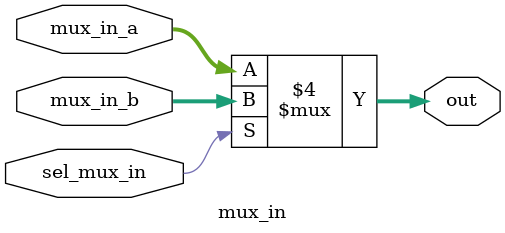
<source format=v>
module mux_in (mux_in_a, mux_in_b, sel_mux_in, out);

input sel_mux_in;
input [15:0]mux_in_a;
input [15:0]mux_in_b;

output reg [15:0]out;

always @ (*)
begin
	if(!sel_mux_in)
		out = mux_in_a;
	else 
		out = mux_in_b;
end
	
endmodule 


</source>
